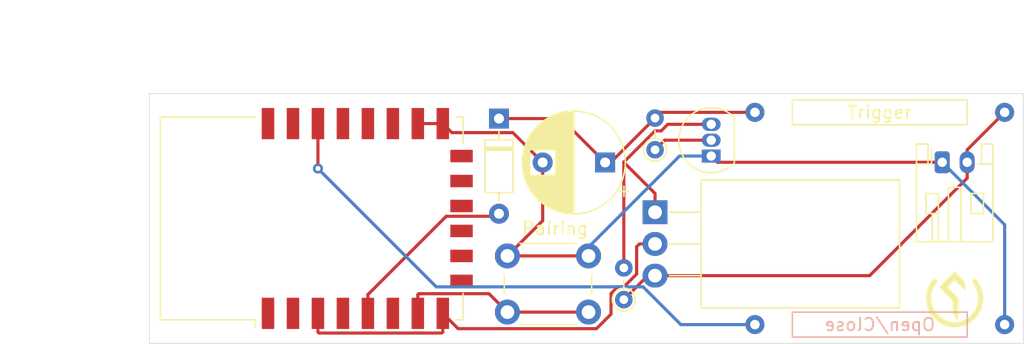
<source format=kicad_pcb>
(kicad_pcb (version 20171130) (host pcbnew "(5.1.9)-1")

  (general
    (thickness 1.6)
    (drawings 6)
    (tracks 67)
    (zones 0)
    (modules 12)
    (nets 25)
  )

  (page A4)
  (layers
    (0 F.Cu signal)
    (31 B.Cu signal)
    (32 B.Adhes user)
    (33 F.Adhes user)
    (34 B.Paste user)
    (35 F.Paste user)
    (36 B.SilkS user)
    (37 F.SilkS user)
    (38 B.Mask user)
    (39 F.Mask user)
    (40 Dwgs.User user)
    (41 Cmts.User user)
    (42 Eco1.User user)
    (43 Eco2.User user)
    (44 Edge.Cuts user)
    (45 Margin user)
    (46 B.CrtYd user)
    (47 F.CrtYd user)
    (48 B.Fab user)
    (49 F.Fab user)
  )

  (setup
    (last_trace_width 0.25)
    (trace_clearance 0.2)
    (zone_clearance 0.508)
    (zone_45_only no)
    (trace_min 0.2)
    (via_size 0.8)
    (via_drill 0.4)
    (via_min_size 0.4)
    (via_min_drill 0.3)
    (uvia_size 0.3)
    (uvia_drill 0.1)
    (uvias_allowed no)
    (uvia_min_size 0.2)
    (uvia_min_drill 0.1)
    (edge_width 0.05)
    (segment_width 0.2)
    (pcb_text_width 0.3)
    (pcb_text_size 1.5 1.5)
    (mod_edge_width 0.12)
    (mod_text_size 1 1)
    (mod_text_width 0.15)
    (pad_size 1.524 1.524)
    (pad_drill 0.762)
    (pad_to_mask_clearance 0)
    (aux_axis_origin 0 0)
    (visible_elements FFFFFF7F)
    (pcbplotparams
      (layerselection 0x010fc_ffffffff)
      (usegerberextensions false)
      (usegerberattributes true)
      (usegerberadvancedattributes true)
      (creategerberjobfile true)
      (excludeedgelayer true)
      (linewidth 0.100000)
      (plotframeref false)
      (viasonmask false)
      (mode 1)
      (useauxorigin false)
      (hpglpennumber 1)
      (hpglpenspeed 20)
      (hpglpendiameter 15.000000)
      (psnegative false)
      (psa4output false)
      (plotreference true)
      (plotvalue true)
      (plotinvisibletext false)
      (padsonsilk false)
      (subtractmaskfromsilk false)
      (outputformat 1)
      (mirror false)
      (drillshape 1)
      (scaleselection 1)
      (outputdirectory ""))
  )

  (net 0 "")
  (net 1 "Net-(C1-Pad1)")
  (net 2 GND)
  (net 3 "Net-(D1-Pad2)")
  (net 4 +3V3)
  (net 5 "Net-(Q2-Pad2)")
  (net 6 "Net-(SW2-Pad1)")
  (net 7 "Net-(SW3-Pad1)")
  (net 8 "Net-(U1-Pad1)")
  (net 9 "Net-(U1-Pad2)")
  (net 10 "Net-(U1-Pad4)")
  (net 11 "Net-(U1-Pad6)")
  (net 12 "Net-(U1-Pad9)")
  (net 13 "Net-(U1-Pad10)")
  (net 14 "Net-(U1-Pad11)")
  (net 15 "Net-(U1-Pad12)")
  (net 16 "Net-(U1-Pad13)")
  (net 17 "Net-(U1-Pad14)")
  (net 18 "Net-(U1-Pad17)")
  (net 19 "Net-(U1-Pad18)")
  (net 20 "Net-(U1-Pad19)")
  (net 21 "Net-(U1-Pad21)")
  (net 22 "Net-(U1-Pad22)")
  (net 23 "Net-(Q1-Pad2)")
  (net 24 "Net-(Q1-Pad3)")

  (net_class Default "This is the default net class."
    (clearance 0.2)
    (trace_width 0.25)
    (via_dia 0.8)
    (via_drill 0.4)
    (uvia_dia 0.3)
    (uvia_drill 0.1)
    (add_net +3V3)
    (add_net GND)
    (add_net "Net-(C1-Pad1)")
    (add_net "Net-(D1-Pad2)")
    (add_net "Net-(Q1-Pad2)")
    (add_net "Net-(Q1-Pad3)")
    (add_net "Net-(Q2-Pad2)")
    (add_net "Net-(SW2-Pad1)")
    (add_net "Net-(SW3-Pad1)")
    (add_net "Net-(U1-Pad1)")
    (add_net "Net-(U1-Pad10)")
    (add_net "Net-(U1-Pad11)")
    (add_net "Net-(U1-Pad12)")
    (add_net "Net-(U1-Pad13)")
    (add_net "Net-(U1-Pad14)")
    (add_net "Net-(U1-Pad17)")
    (add_net "Net-(U1-Pad18)")
    (add_net "Net-(U1-Pad19)")
    (add_net "Net-(U1-Pad2)")
    (add_net "Net-(U1-Pad21)")
    (add_net "Net-(U1-Pad22)")
    (add_net "Net-(U1-Pad4)")
    (add_net "Net-(U1-Pad6)")
    (add_net "Net-(U1-Pad9)")
  )

  (module "SHRDZM:SHRDZM Symbol 5x5" (layer F.Cu) (tedit 0) (tstamp 6058FD46)
    (at 101 59.5)
    (fp_text reference G*** (at 0 0) (layer F.SilkS) hide
      (effects (font (size 1.524 1.524) (thickness 0.3)))
    )
    (fp_text value LOGO (at 0.75 0) (layer F.SilkS) hide
      (effects (font (size 1.524 1.524) (thickness 0.3)))
    )
    (fp_poly (pts (xy -1.506686 -1.625883) (xy -1.503334 -1.622852) (xy -1.398724 -1.505223) (xy -1.412956 -1.400282)
      (xy -1.469728 -1.316374) (xy -1.75387 -0.815712) (xy -1.886962 -0.30033) (xy -1.870112 0.211618)
      (xy -1.704429 0.701978) (xy -1.391021 1.152595) (xy -1.314082 1.233002) (xy -0.864498 1.5863)
      (xy -0.389162 1.785985) (xy 0.097619 1.832058) (xy 0.581538 1.724518) (xy 1.048286 1.463366)
      (xy 1.314081 1.233002) (xy 1.655709 0.792086) (xy 1.849824 0.307945) (xy 1.895319 -0.201268)
      (xy 1.791085 -0.717399) (xy 1.536013 -1.222293) (xy 1.469727 -1.316374) (xy 1.392661 -1.44994)
      (xy 1.429417 -1.550408) (xy 1.503333 -1.622852) (xy 1.595643 -1.694892) (xy 1.669653 -1.693628)
      (xy 1.758787 -1.598696) (xy 1.896469 -1.389728) (xy 1.903109 -1.379261) (xy 2.154504 -0.894106)
      (xy 2.275576 -0.412973) (xy 2.281585 0.121397) (xy 2.159228 0.698) (xy 1.896881 1.216996)
      (xy 1.509151 1.656847) (xy 1.010647 1.996013) (xy 1.009923 1.996385) (xy 0.657971 2.119791)
      (xy 0.226438 2.189529) (xy -0.218985 2.201228) (xy -0.612607 2.150515) (xy -0.738348 2.112708)
      (xy -1.277564 1.834626) (xy -1.717995 1.449179) (xy -2.044617 0.977102) (xy -2.242407 0.439127)
      (xy -2.297949 -0.039688) (xy -2.260217 -0.53047) (xy -2.125067 -0.969971) (xy -1.902146 -1.380781)
      (xy -1.762284 -1.59393) (xy -1.672115 -1.692258) (xy -1.598096 -1.696122) (xy -1.506686 -1.625883)) (layer F.SilkS) (width 0.01))
    (fp_poly (pts (xy 0.436196 -1.825987) (xy 0.66022 -1.596669) (xy 0.791224 -1.429677) (xy 0.853769 -1.280676)
      (xy 0.872417 -1.105331) (xy 0.873125 -1.037298) (xy 0.873125 -0.680111) (xy 0.43736 -1.110462)
      (xy 0.001596 -1.540814) (xy -0.278011 -1.269809) (xy -0.557617 -0.998804) (xy 0.322975 -0.108926)
      (xy 0.300394 0.784464) (xy 0.277812 1.677854) (xy 0.059531 1.44974) (xy -0.057965 1.309741)
      (xy -0.123848 1.16476) (xy -0.15261 0.9629) (xy -0.15875 0.668051) (xy -0.15875 0.114476)
      (xy -0.674688 -0.396875) (xy -0.902046 -0.630826) (xy -1.078259 -0.828545) (xy -1.177694 -0.960471)
      (xy -1.190625 -0.991882) (xy -1.137382 -1.079261) (xy -0.993484 -1.249778) (xy -0.782674 -1.476507)
      (xy -0.595679 -1.666512) (xy -0.000732 -2.257487) (xy 0.436196 -1.825987)) (layer F.SilkS) (width 0.01))
  )

  (module Package_TO_SOT_THT:TO-92_Inline (layer F.Cu) (tedit 5A1DD157) (tstamp 6058CE04)
    (at 81.5 48 90)
    (descr "TO-92 leads in-line, narrow, oval pads, drill 0.75mm (see NXP sot054_po.pdf)")
    (tags "to-92 sc-43 sc-43a sot54 PA33 transistor")
    (path /6057A176)
    (fp_text reference Q1 (at 1.27 -3.56 90) (layer F.SilkS) hide
      (effects (font (size 1 1) (thickness 0.15)))
    )
    (fp_text value 2N2222 (at 1.27 2.79 90) (layer F.Fab)
      (effects (font (size 1 1) (thickness 0.15)))
    )
    (fp_arc (start 1.27 0) (end 1.27 -2.6) (angle 135) (layer F.SilkS) (width 0.12))
    (fp_arc (start 1.27 0) (end 1.27 -2.48) (angle -135) (layer F.Fab) (width 0.1))
    (fp_arc (start 1.27 0) (end 1.27 -2.6) (angle -135) (layer F.SilkS) (width 0.12))
    (fp_arc (start 1.27 0) (end 1.27 -2.48) (angle 135) (layer F.Fab) (width 0.1))
    (fp_text user %R (at 1.27 0 90) (layer F.Fab)
      (effects (font (size 1 1) (thickness 0.15)))
    )
    (fp_line (start -0.53 1.85) (end 3.07 1.85) (layer F.SilkS) (width 0.12))
    (fp_line (start -0.5 1.75) (end 3 1.75) (layer F.Fab) (width 0.1))
    (fp_line (start -1.46 -2.73) (end 4 -2.73) (layer F.CrtYd) (width 0.05))
    (fp_line (start -1.46 -2.73) (end -1.46 2.01) (layer F.CrtYd) (width 0.05))
    (fp_line (start 4 2.01) (end 4 -2.73) (layer F.CrtYd) (width 0.05))
    (fp_line (start 4 2.01) (end -1.46 2.01) (layer F.CrtYd) (width 0.05))
    (pad 1 thru_hole rect (at 0 0 90) (size 1.05 1.5) (drill 0.75) (layers *.Cu *.Mask)
      (net 2 GND))
    (pad 3 thru_hole oval (at 2.54 0 90) (size 1.05 1.5) (drill 0.75) (layers *.Cu *.Mask)
      (net 24 "Net-(Q1-Pad3)"))
    (pad 2 thru_hole oval (at 1.27 0 90) (size 1.05 1.5) (drill 0.75) (layers *.Cu *.Mask)
      (net 23 "Net-(Q1-Pad2)"))
    (model ${KISYS3DMOD}/Package_TO_SOT_THT.3dshapes/TO-92_Inline.wrl
      (at (xyz 0 0 0))
      (scale (xyz 1 1 1))
      (rotate (xyz 0 0 0))
    )
  )

  (module Package_TO_SOT_THT:TO-220-3_Horizontal_TabDown (layer F.Cu) (tedit 5AC8BA0D) (tstamp 6058CE18)
    (at 77 52.5 270)
    (descr "TO-220-3, Horizontal, RM 2.54mm, see https://www.vishay.com/docs/66542/to-220-1.pdf")
    (tags "TO-220-3 Horizontal RM 2.54mm")
    (path /60578BDB)
    (fp_text reference Q2 (at 2.54 -20.58 90) (layer F.SilkS) hide
      (effects (font (size 1 1) (thickness 0.15)))
    )
    (fp_text value NDP6020P (at 2.54 2 90) (layer F.Fab)
      (effects (font (size 1 1) (thickness 0.15)))
    )
    (fp_text user %R (at 2.54 -20.58 90) (layer F.Fab) hide
      (effects (font (size 1 1) (thickness 0.15)))
    )
    (fp_circle (center 2.54 -16.66) (end 4.39 -16.66) (layer F.Fab) (width 0.1))
    (fp_line (start -2.46 -13.06) (end -2.46 -19.46) (layer F.Fab) (width 0.1))
    (fp_line (start -2.46 -19.46) (end 7.54 -19.46) (layer F.Fab) (width 0.1))
    (fp_line (start 7.54 -19.46) (end 7.54 -13.06) (layer F.Fab) (width 0.1))
    (fp_line (start 7.54 -13.06) (end -2.46 -13.06) (layer F.Fab) (width 0.1))
    (fp_line (start -2.46 -3.81) (end -2.46 -13.06) (layer F.Fab) (width 0.1))
    (fp_line (start -2.46 -13.06) (end 7.54 -13.06) (layer F.Fab) (width 0.1))
    (fp_line (start 7.54 -13.06) (end 7.54 -3.81) (layer F.Fab) (width 0.1))
    (fp_line (start 7.54 -3.81) (end -2.46 -3.81) (layer F.Fab) (width 0.1))
    (fp_line (start 0 -3.81) (end 0 0) (layer F.Fab) (width 0.1))
    (fp_line (start 2.54 -3.81) (end 2.54 0) (layer F.Fab) (width 0.1))
    (fp_line (start 5.08 -3.81) (end 5.08 0) (layer F.Fab) (width 0.1))
    (fp_line (start -2.58 -3.69) (end 7.66 -3.69) (layer F.SilkS) (width 0.12))
    (fp_line (start -2.58 -19.58) (end 7.66 -19.58) (layer F.SilkS) (width 0.12))
    (fp_line (start -2.58 -19.58) (end -2.58 -3.69) (layer F.SilkS) (width 0.12))
    (fp_line (start 7.66 -19.58) (end 7.66 -3.69) (layer F.SilkS) (width 0.12))
    (fp_line (start 0 -3.69) (end 0 -1.15) (layer F.SilkS) (width 0.12))
    (fp_line (start 2.54 -3.69) (end 2.54 -1.15) (layer F.SilkS) (width 0.12))
    (fp_line (start 5.08 -3.69) (end 5.08 -1.15) (layer F.SilkS) (width 0.12))
    (fp_line (start -2.71 -19.71) (end -2.71 1.25) (layer F.CrtYd) (width 0.05))
    (fp_line (start -2.71 1.25) (end 7.79 1.25) (layer F.CrtYd) (width 0.05))
    (fp_line (start 7.79 1.25) (end 7.79 -19.71) (layer F.CrtYd) (width 0.05))
    (fp_line (start 7.79 -19.71) (end -2.71 -19.71) (layer F.CrtYd) (width 0.05))
    (pad 3 thru_hole oval (at 5.08 0 270) (size 1.905 2) (drill 1.1) (layers *.Cu *.Mask)
      (net 4 +3V3))
    (pad 2 thru_hole oval (at 2.54 0 270) (size 1.905 2) (drill 1.1) (layers *.Cu *.Mask)
      (net 5 "Net-(Q2-Pad2)"))
    (pad 1 thru_hole rect (at 0 0 270) (size 1.905 2) (drill 1.1) (layers *.Cu *.Mask)
      (net 24 "Net-(Q1-Pad3)"))
    (pad "" np_thru_hole oval (at 2.54 -16.66 270) (size 3.5 3.5) (drill 3.5) (layers *.Cu *.Mask))
    (model ${KISYS3DMOD}/Package_TO_SOT_THT.3dshapes/TO-220-3_Horizontal_TabDown.wrl
      (at (xyz 0 0 0))
      (scale (xyz 1 1 1))
      (rotate (xyz 0 0 0))
    )
  )

  (module Capacitor_THT:CP_Radial_D8.0mm_P5.00mm (layer F.Cu) (tedit 5AE50EF0) (tstamp 6058CD9C)
    (at 73 48.515001 180)
    (descr "CP, Radial series, Radial, pin pitch=5.00mm, , diameter=8mm, Electrolytic Capacitor")
    (tags "CP Radial series Radial pin pitch 5.00mm  diameter 8mm Electrolytic Capacitor")
    (path /6057B838)
    (fp_text reference C1 (at 2.5 -5.25) (layer F.SilkS) hide
      (effects (font (size 1 1) (thickness 0.15)))
    )
    (fp_text value 33uF (at 2.5 5.25) (layer F.Fab)
      (effects (font (size 1 1) (thickness 0.15)))
    )
    (fp_line (start -1.509698 -2.715) (end -1.509698 -1.915) (layer F.SilkS) (width 0.12))
    (fp_line (start -1.909698 -2.315) (end -1.109698 -2.315) (layer F.SilkS) (width 0.12))
    (fp_line (start 6.581 -0.533) (end 6.581 0.533) (layer F.SilkS) (width 0.12))
    (fp_line (start 6.541 -0.768) (end 6.541 0.768) (layer F.SilkS) (width 0.12))
    (fp_line (start 6.501 -0.948) (end 6.501 0.948) (layer F.SilkS) (width 0.12))
    (fp_line (start 6.461 -1.098) (end 6.461 1.098) (layer F.SilkS) (width 0.12))
    (fp_line (start 6.421 -1.229) (end 6.421 1.229) (layer F.SilkS) (width 0.12))
    (fp_line (start 6.381 -1.346) (end 6.381 1.346) (layer F.SilkS) (width 0.12))
    (fp_line (start 6.341 -1.453) (end 6.341 1.453) (layer F.SilkS) (width 0.12))
    (fp_line (start 6.301 -1.552) (end 6.301 1.552) (layer F.SilkS) (width 0.12))
    (fp_line (start 6.261 -1.645) (end 6.261 1.645) (layer F.SilkS) (width 0.12))
    (fp_line (start 6.221 -1.731) (end 6.221 1.731) (layer F.SilkS) (width 0.12))
    (fp_line (start 6.181 -1.813) (end 6.181 1.813) (layer F.SilkS) (width 0.12))
    (fp_line (start 6.141 -1.89) (end 6.141 1.89) (layer F.SilkS) (width 0.12))
    (fp_line (start 6.101 -1.964) (end 6.101 1.964) (layer F.SilkS) (width 0.12))
    (fp_line (start 6.061 -2.034) (end 6.061 2.034) (layer F.SilkS) (width 0.12))
    (fp_line (start 6.021 1.04) (end 6.021 2.102) (layer F.SilkS) (width 0.12))
    (fp_line (start 6.021 -2.102) (end 6.021 -1.04) (layer F.SilkS) (width 0.12))
    (fp_line (start 5.981 1.04) (end 5.981 2.166) (layer F.SilkS) (width 0.12))
    (fp_line (start 5.981 -2.166) (end 5.981 -1.04) (layer F.SilkS) (width 0.12))
    (fp_line (start 5.941 1.04) (end 5.941 2.228) (layer F.SilkS) (width 0.12))
    (fp_line (start 5.941 -2.228) (end 5.941 -1.04) (layer F.SilkS) (width 0.12))
    (fp_line (start 5.901 1.04) (end 5.901 2.287) (layer F.SilkS) (width 0.12))
    (fp_line (start 5.901 -2.287) (end 5.901 -1.04) (layer F.SilkS) (width 0.12))
    (fp_line (start 5.861 1.04) (end 5.861 2.345) (layer F.SilkS) (width 0.12))
    (fp_line (start 5.861 -2.345) (end 5.861 -1.04) (layer F.SilkS) (width 0.12))
    (fp_line (start 5.821 1.04) (end 5.821 2.4) (layer F.SilkS) (width 0.12))
    (fp_line (start 5.821 -2.4) (end 5.821 -1.04) (layer F.SilkS) (width 0.12))
    (fp_line (start 5.781 1.04) (end 5.781 2.454) (layer F.SilkS) (width 0.12))
    (fp_line (start 5.781 -2.454) (end 5.781 -1.04) (layer F.SilkS) (width 0.12))
    (fp_line (start 5.741 1.04) (end 5.741 2.505) (layer F.SilkS) (width 0.12))
    (fp_line (start 5.741 -2.505) (end 5.741 -1.04) (layer F.SilkS) (width 0.12))
    (fp_line (start 5.701 1.04) (end 5.701 2.556) (layer F.SilkS) (width 0.12))
    (fp_line (start 5.701 -2.556) (end 5.701 -1.04) (layer F.SilkS) (width 0.12))
    (fp_line (start 5.661 1.04) (end 5.661 2.604) (layer F.SilkS) (width 0.12))
    (fp_line (start 5.661 -2.604) (end 5.661 -1.04) (layer F.SilkS) (width 0.12))
    (fp_line (start 5.621 1.04) (end 5.621 2.651) (layer F.SilkS) (width 0.12))
    (fp_line (start 5.621 -2.651) (end 5.621 -1.04) (layer F.SilkS) (width 0.12))
    (fp_line (start 5.581 1.04) (end 5.581 2.697) (layer F.SilkS) (width 0.12))
    (fp_line (start 5.581 -2.697) (end 5.581 -1.04) (layer F.SilkS) (width 0.12))
    (fp_line (start 5.541 1.04) (end 5.541 2.741) (layer F.SilkS) (width 0.12))
    (fp_line (start 5.541 -2.741) (end 5.541 -1.04) (layer F.SilkS) (width 0.12))
    (fp_line (start 5.501 1.04) (end 5.501 2.784) (layer F.SilkS) (width 0.12))
    (fp_line (start 5.501 -2.784) (end 5.501 -1.04) (layer F.SilkS) (width 0.12))
    (fp_line (start 5.461 1.04) (end 5.461 2.826) (layer F.SilkS) (width 0.12))
    (fp_line (start 5.461 -2.826) (end 5.461 -1.04) (layer F.SilkS) (width 0.12))
    (fp_line (start 5.421 1.04) (end 5.421 2.867) (layer F.SilkS) (width 0.12))
    (fp_line (start 5.421 -2.867) (end 5.421 -1.04) (layer F.SilkS) (width 0.12))
    (fp_line (start 5.381 1.04) (end 5.381 2.907) (layer F.SilkS) (width 0.12))
    (fp_line (start 5.381 -2.907) (end 5.381 -1.04) (layer F.SilkS) (width 0.12))
    (fp_line (start 5.341 1.04) (end 5.341 2.945) (layer F.SilkS) (width 0.12))
    (fp_line (start 5.341 -2.945) (end 5.341 -1.04) (layer F.SilkS) (width 0.12))
    (fp_line (start 5.301 1.04) (end 5.301 2.983) (layer F.SilkS) (width 0.12))
    (fp_line (start 5.301 -2.983) (end 5.301 -1.04) (layer F.SilkS) (width 0.12))
    (fp_line (start 5.261 1.04) (end 5.261 3.019) (layer F.SilkS) (width 0.12))
    (fp_line (start 5.261 -3.019) (end 5.261 -1.04) (layer F.SilkS) (width 0.12))
    (fp_line (start 5.221 1.04) (end 5.221 3.055) (layer F.SilkS) (width 0.12))
    (fp_line (start 5.221 -3.055) (end 5.221 -1.04) (layer F.SilkS) (width 0.12))
    (fp_line (start 5.181 1.04) (end 5.181 3.09) (layer F.SilkS) (width 0.12))
    (fp_line (start 5.181 -3.09) (end 5.181 -1.04) (layer F.SilkS) (width 0.12))
    (fp_line (start 5.141 1.04) (end 5.141 3.124) (layer F.SilkS) (width 0.12))
    (fp_line (start 5.141 -3.124) (end 5.141 -1.04) (layer F.SilkS) (width 0.12))
    (fp_line (start 5.101 1.04) (end 5.101 3.156) (layer F.SilkS) (width 0.12))
    (fp_line (start 5.101 -3.156) (end 5.101 -1.04) (layer F.SilkS) (width 0.12))
    (fp_line (start 5.061 1.04) (end 5.061 3.189) (layer F.SilkS) (width 0.12))
    (fp_line (start 5.061 -3.189) (end 5.061 -1.04) (layer F.SilkS) (width 0.12))
    (fp_line (start 5.021 1.04) (end 5.021 3.22) (layer F.SilkS) (width 0.12))
    (fp_line (start 5.021 -3.22) (end 5.021 -1.04) (layer F.SilkS) (width 0.12))
    (fp_line (start 4.981 1.04) (end 4.981 3.25) (layer F.SilkS) (width 0.12))
    (fp_line (start 4.981 -3.25) (end 4.981 -1.04) (layer F.SilkS) (width 0.12))
    (fp_line (start 4.941 1.04) (end 4.941 3.28) (layer F.SilkS) (width 0.12))
    (fp_line (start 4.941 -3.28) (end 4.941 -1.04) (layer F.SilkS) (width 0.12))
    (fp_line (start 4.901 1.04) (end 4.901 3.309) (layer F.SilkS) (width 0.12))
    (fp_line (start 4.901 -3.309) (end 4.901 -1.04) (layer F.SilkS) (width 0.12))
    (fp_line (start 4.861 1.04) (end 4.861 3.338) (layer F.SilkS) (width 0.12))
    (fp_line (start 4.861 -3.338) (end 4.861 -1.04) (layer F.SilkS) (width 0.12))
    (fp_line (start 4.821 1.04) (end 4.821 3.365) (layer F.SilkS) (width 0.12))
    (fp_line (start 4.821 -3.365) (end 4.821 -1.04) (layer F.SilkS) (width 0.12))
    (fp_line (start 4.781 1.04) (end 4.781 3.392) (layer F.SilkS) (width 0.12))
    (fp_line (start 4.781 -3.392) (end 4.781 -1.04) (layer F.SilkS) (width 0.12))
    (fp_line (start 4.741 1.04) (end 4.741 3.418) (layer F.SilkS) (width 0.12))
    (fp_line (start 4.741 -3.418) (end 4.741 -1.04) (layer F.SilkS) (width 0.12))
    (fp_line (start 4.701 1.04) (end 4.701 3.444) (layer F.SilkS) (width 0.12))
    (fp_line (start 4.701 -3.444) (end 4.701 -1.04) (layer F.SilkS) (width 0.12))
    (fp_line (start 4.661 1.04) (end 4.661 3.469) (layer F.SilkS) (width 0.12))
    (fp_line (start 4.661 -3.469) (end 4.661 -1.04) (layer F.SilkS) (width 0.12))
    (fp_line (start 4.621 1.04) (end 4.621 3.493) (layer F.SilkS) (width 0.12))
    (fp_line (start 4.621 -3.493) (end 4.621 -1.04) (layer F.SilkS) (width 0.12))
    (fp_line (start 4.581 1.04) (end 4.581 3.517) (layer F.SilkS) (width 0.12))
    (fp_line (start 4.581 -3.517) (end 4.581 -1.04) (layer F.SilkS) (width 0.12))
    (fp_line (start 4.541 1.04) (end 4.541 3.54) (layer F.SilkS) (width 0.12))
    (fp_line (start 4.541 -3.54) (end 4.541 -1.04) (layer F.SilkS) (width 0.12))
    (fp_line (start 4.501 1.04) (end 4.501 3.562) (layer F.SilkS) (width 0.12))
    (fp_line (start 4.501 -3.562) (end 4.501 -1.04) (layer F.SilkS) (width 0.12))
    (fp_line (start 4.461 1.04) (end 4.461 3.584) (layer F.SilkS) (width 0.12))
    (fp_line (start 4.461 -3.584) (end 4.461 -1.04) (layer F.SilkS) (width 0.12))
    (fp_line (start 4.421 1.04) (end 4.421 3.606) (layer F.SilkS) (width 0.12))
    (fp_line (start 4.421 -3.606) (end 4.421 -1.04) (layer F.SilkS) (width 0.12))
    (fp_line (start 4.381 1.04) (end 4.381 3.627) (layer F.SilkS) (width 0.12))
    (fp_line (start 4.381 -3.627) (end 4.381 -1.04) (layer F.SilkS) (width 0.12))
    (fp_line (start 4.341 1.04) (end 4.341 3.647) (layer F.SilkS) (width 0.12))
    (fp_line (start 4.341 -3.647) (end 4.341 -1.04) (layer F.SilkS) (width 0.12))
    (fp_line (start 4.301 1.04) (end 4.301 3.666) (layer F.SilkS) (width 0.12))
    (fp_line (start 4.301 -3.666) (end 4.301 -1.04) (layer F.SilkS) (width 0.12))
    (fp_line (start 4.261 1.04) (end 4.261 3.686) (layer F.SilkS) (width 0.12))
    (fp_line (start 4.261 -3.686) (end 4.261 -1.04) (layer F.SilkS) (width 0.12))
    (fp_line (start 4.221 1.04) (end 4.221 3.704) (layer F.SilkS) (width 0.12))
    (fp_line (start 4.221 -3.704) (end 4.221 -1.04) (layer F.SilkS) (width 0.12))
    (fp_line (start 4.181 1.04) (end 4.181 3.722) (layer F.SilkS) (width 0.12))
    (fp_line (start 4.181 -3.722) (end 4.181 -1.04) (layer F.SilkS) (width 0.12))
    (fp_line (start 4.141 1.04) (end 4.141 3.74) (layer F.SilkS) (width 0.12))
    (fp_line (start 4.141 -3.74) (end 4.141 -1.04) (layer F.SilkS) (width 0.12))
    (fp_line (start 4.101 1.04) (end 4.101 3.757) (layer F.SilkS) (width 0.12))
    (fp_line (start 4.101 -3.757) (end 4.101 -1.04) (layer F.SilkS) (width 0.12))
    (fp_line (start 4.061 1.04) (end 4.061 3.774) (layer F.SilkS) (width 0.12))
    (fp_line (start 4.061 -3.774) (end 4.061 -1.04) (layer F.SilkS) (width 0.12))
    (fp_line (start 4.021 1.04) (end 4.021 3.79) (layer F.SilkS) (width 0.12))
    (fp_line (start 4.021 -3.79) (end 4.021 -1.04) (layer F.SilkS) (width 0.12))
    (fp_line (start 3.981 1.04) (end 3.981 3.805) (layer F.SilkS) (width 0.12))
    (fp_line (start 3.981 -3.805) (end 3.981 -1.04) (layer F.SilkS) (width 0.12))
    (fp_line (start 3.941 -3.821) (end 3.941 3.821) (layer F.SilkS) (width 0.12))
    (fp_line (start 3.901 -3.835) (end 3.901 3.835) (layer F.SilkS) (width 0.12))
    (fp_line (start 3.861 -3.85) (end 3.861 3.85) (layer F.SilkS) (width 0.12))
    (fp_line (start 3.821 -3.863) (end 3.821 3.863) (layer F.SilkS) (width 0.12))
    (fp_line (start 3.781 -3.877) (end 3.781 3.877) (layer F.SilkS) (width 0.12))
    (fp_line (start 3.741 -3.889) (end 3.741 3.889) (layer F.SilkS) (width 0.12))
    (fp_line (start 3.701 -3.902) (end 3.701 3.902) (layer F.SilkS) (width 0.12))
    (fp_line (start 3.661 -3.914) (end 3.661 3.914) (layer F.SilkS) (width 0.12))
    (fp_line (start 3.621 -3.925) (end 3.621 3.925) (layer F.SilkS) (width 0.12))
    (fp_line (start 3.581 -3.936) (end 3.581 3.936) (layer F.SilkS) (width 0.12))
    (fp_line (start 3.541 -3.947) (end 3.541 3.947) (layer F.SilkS) (width 0.12))
    (fp_line (start 3.501 -3.957) (end 3.501 3.957) (layer F.SilkS) (width 0.12))
    (fp_line (start 3.461 -3.967) (end 3.461 3.967) (layer F.SilkS) (width 0.12))
    (fp_line (start 3.421 -3.976) (end 3.421 3.976) (layer F.SilkS) (width 0.12))
    (fp_line (start 3.381 -3.985) (end 3.381 3.985) (layer F.SilkS) (width 0.12))
    (fp_line (start 3.341 -3.994) (end 3.341 3.994) (layer F.SilkS) (width 0.12))
    (fp_line (start 3.301 -4.002) (end 3.301 4.002) (layer F.SilkS) (width 0.12))
    (fp_line (start 3.261 -4.01) (end 3.261 4.01) (layer F.SilkS) (width 0.12))
    (fp_line (start 3.221 -4.017) (end 3.221 4.017) (layer F.SilkS) (width 0.12))
    (fp_line (start 3.18 -4.024) (end 3.18 4.024) (layer F.SilkS) (width 0.12))
    (fp_line (start 3.14 -4.03) (end 3.14 4.03) (layer F.SilkS) (width 0.12))
    (fp_line (start 3.1 -4.037) (end 3.1 4.037) (layer F.SilkS) (width 0.12))
    (fp_line (start 3.06 -4.042) (end 3.06 4.042) (layer F.SilkS) (width 0.12))
    (fp_line (start 3.02 -4.048) (end 3.02 4.048) (layer F.SilkS) (width 0.12))
    (fp_line (start 2.98 -4.052) (end 2.98 4.052) (layer F.SilkS) (width 0.12))
    (fp_line (start 2.94 -4.057) (end 2.94 4.057) (layer F.SilkS) (width 0.12))
    (fp_line (start 2.9 -4.061) (end 2.9 4.061) (layer F.SilkS) (width 0.12))
    (fp_line (start 2.86 -4.065) (end 2.86 4.065) (layer F.SilkS) (width 0.12))
    (fp_line (start 2.82 -4.068) (end 2.82 4.068) (layer F.SilkS) (width 0.12))
    (fp_line (start 2.78 -4.071) (end 2.78 4.071) (layer F.SilkS) (width 0.12))
    (fp_line (start 2.74 -4.074) (end 2.74 4.074) (layer F.SilkS) (width 0.12))
    (fp_line (start 2.7 -4.076) (end 2.7 4.076) (layer F.SilkS) (width 0.12))
    (fp_line (start 2.66 -4.077) (end 2.66 4.077) (layer F.SilkS) (width 0.12))
    (fp_line (start 2.62 -4.079) (end 2.62 4.079) (layer F.SilkS) (width 0.12))
    (fp_line (start 2.58 -4.08) (end 2.58 4.08) (layer F.SilkS) (width 0.12))
    (fp_line (start 2.54 -4.08) (end 2.54 4.08) (layer F.SilkS) (width 0.12))
    (fp_line (start 2.5 -4.08) (end 2.5 4.08) (layer F.SilkS) (width 0.12))
    (fp_line (start -0.526759 -2.1475) (end -0.526759 -1.3475) (layer F.Fab) (width 0.1))
    (fp_line (start -0.926759 -1.7475) (end -0.126759 -1.7475) (layer F.Fab) (width 0.1))
    (fp_circle (center 2.5 0) (end 6.75 0) (layer F.CrtYd) (width 0.05))
    (fp_circle (center 2.5 0) (end 6.62 0) (layer F.SilkS) (width 0.12))
    (fp_circle (center 2.5 0) (end 6.5 0) (layer F.Fab) (width 0.1))
    (fp_text user %R (at 2.5 0) (layer F.Fab)
      (effects (font (size 1 1) (thickness 0.15)))
    )
    (pad 1 thru_hole rect (at 0 0 180) (size 1.6 1.6) (drill 0.8) (layers *.Cu *.Mask)
      (net 1 "Net-(C1-Pad1)"))
    (pad 2 thru_hole circle (at 5 0 180) (size 1.6 1.6) (drill 0.8) (layers *.Cu *.Mask)
      (net 2 GND))
    (model ${KISYS3DMOD}/Capacitor_THT.3dshapes/CP_Radial_D8.0mm_P5.00mm.wrl
      (at (xyz 0 0 0))
      (scale (xyz 1 1 1))
      (rotate (xyz 0 0 0))
    )
  )

  (module Diode_THT:D_DO-35_SOD27_P7.62mm_Horizontal (layer F.Cu) (tedit 5AE50CD5) (tstamp 6058CDBB)
    (at 64.5 45 270)
    (descr "Diode, DO-35_SOD27 series, Axial, Horizontal, pin pitch=7.62mm, , length*diameter=4*2mm^2, , http://www.diodes.com/_files/packages/DO-35.pdf")
    (tags "Diode DO-35_SOD27 series Axial Horizontal pin pitch 7.62mm  length 4mm diameter 2mm")
    (path /6057A855)
    (fp_text reference D1 (at 3.81 -2.12 90) (layer F.SilkS) hide
      (effects (font (size 1 1) (thickness 0.15)))
    )
    (fp_text value 1N4148 (at 3.81 2.12 90) (layer F.Fab)
      (effects (font (size 1 1) (thickness 0.15)))
    )
    (fp_line (start 8.67 -1.25) (end -1.05 -1.25) (layer F.CrtYd) (width 0.05))
    (fp_line (start 8.67 1.25) (end 8.67 -1.25) (layer F.CrtYd) (width 0.05))
    (fp_line (start -1.05 1.25) (end 8.67 1.25) (layer F.CrtYd) (width 0.05))
    (fp_line (start -1.05 -1.25) (end -1.05 1.25) (layer F.CrtYd) (width 0.05))
    (fp_line (start 2.29 -1.12) (end 2.29 1.12) (layer F.SilkS) (width 0.12))
    (fp_line (start 2.53 -1.12) (end 2.53 1.12) (layer F.SilkS) (width 0.12))
    (fp_line (start 2.41 -1.12) (end 2.41 1.12) (layer F.SilkS) (width 0.12))
    (fp_line (start 6.58 0) (end 5.93 0) (layer F.SilkS) (width 0.12))
    (fp_line (start 1.04 0) (end 1.69 0) (layer F.SilkS) (width 0.12))
    (fp_line (start 5.93 -1.12) (end 1.69 -1.12) (layer F.SilkS) (width 0.12))
    (fp_line (start 5.93 1.12) (end 5.93 -1.12) (layer F.SilkS) (width 0.12))
    (fp_line (start 1.69 1.12) (end 5.93 1.12) (layer F.SilkS) (width 0.12))
    (fp_line (start 1.69 -1.12) (end 1.69 1.12) (layer F.SilkS) (width 0.12))
    (fp_line (start 2.31 -1) (end 2.31 1) (layer F.Fab) (width 0.1))
    (fp_line (start 2.51 -1) (end 2.51 1) (layer F.Fab) (width 0.1))
    (fp_line (start 2.41 -1) (end 2.41 1) (layer F.Fab) (width 0.1))
    (fp_line (start 7.62 0) (end 5.81 0) (layer F.Fab) (width 0.1))
    (fp_line (start 0 0) (end 1.81 0) (layer F.Fab) (width 0.1))
    (fp_line (start 5.81 -1) (end 1.81 -1) (layer F.Fab) (width 0.1))
    (fp_line (start 5.81 1) (end 5.81 -1) (layer F.Fab) (width 0.1))
    (fp_line (start 1.81 1) (end 5.81 1) (layer F.Fab) (width 0.1))
    (fp_line (start 1.81 -1) (end 1.81 1) (layer F.Fab) (width 0.1))
    (fp_text user %R (at 4.11 0 90) (layer F.Fab)
      (effects (font (size 0.8 0.8) (thickness 0.12)))
    )
    (fp_text user K (at 0 -1.8 90) (layer F.Fab) hide
      (effects (font (size 1 1) (thickness 0.15)))
    )
    (fp_text user K (at 0 -1.8 90) (layer F.SilkS) hide
      (effects (font (size 1 1) (thickness 0.15)))
    )
    (pad 1 thru_hole rect (at 0 0 270) (size 1.6 1.6) (drill 0.8) (layers *.Cu *.Mask)
      (net 1 "Net-(C1-Pad1)"))
    (pad 2 thru_hole oval (at 7.62 0 270) (size 1.6 1.6) (drill 0.8) (layers *.Cu *.Mask)
      (net 3 "Net-(D1-Pad2)"))
    (model ${KISYS3DMOD}/Diode_THT.3dshapes/D_DO-35_SOD27_P7.62mm_Horizontal.wrl
      (at (xyz 0 0 0))
      (scale (xyz 1 1 1))
      (rotate (xyz 0 0 0))
    )
  )

  (module Connector_JST:JST_PH_S2B-PH-K_1x02_P2.00mm_Horizontal (layer F.Cu) (tedit 5B7745C6) (tstamp 6058CDEA)
    (at 100 48.5)
    (descr "JST PH series connector, S2B-PH-K (http://www.jst-mfg.com/product/pdf/eng/ePH.pdf), generated with kicad-footprint-generator")
    (tags "connector JST PH top entry")
    (path /605D02B6)
    (fp_text reference J1 (at 1 -2.55) (layer F.SilkS) hide
      (effects (font (size 1 1) (thickness 0.15)))
    )
    (fp_text value Power (at 1 7.45) (layer F.Fab)
      (effects (font (size 1 1) (thickness 0.15)))
    )
    (fp_line (start 0.5 1.375) (end 0 0.875) (layer F.Fab) (width 0.1))
    (fp_line (start -0.5 1.375) (end 0.5 1.375) (layer F.Fab) (width 0.1))
    (fp_line (start 0 0.875) (end -0.5 1.375) (layer F.Fab) (width 0.1))
    (fp_line (start -0.86 0.14) (end -0.86 -1.075) (layer F.SilkS) (width 0.12))
    (fp_line (start 3.25 0.25) (end -1.25 0.25) (layer F.Fab) (width 0.1))
    (fp_line (start 3.25 -1.35) (end 3.25 0.25) (layer F.Fab) (width 0.1))
    (fp_line (start 3.95 -1.35) (end 3.25 -1.35) (layer F.Fab) (width 0.1))
    (fp_line (start 3.95 6.25) (end 3.95 -1.35) (layer F.Fab) (width 0.1))
    (fp_line (start -1.95 6.25) (end 3.95 6.25) (layer F.Fab) (width 0.1))
    (fp_line (start -1.95 -1.35) (end -1.95 6.25) (layer F.Fab) (width 0.1))
    (fp_line (start -1.25 -1.35) (end -1.95 -1.35) (layer F.Fab) (width 0.1))
    (fp_line (start -1.25 0.25) (end -1.25 -1.35) (layer F.Fab) (width 0.1))
    (fp_line (start 4.45 -1.85) (end -2.45 -1.85) (layer F.CrtYd) (width 0.05))
    (fp_line (start 4.45 6.75) (end 4.45 -1.85) (layer F.CrtYd) (width 0.05))
    (fp_line (start -2.45 6.75) (end 4.45 6.75) (layer F.CrtYd) (width 0.05))
    (fp_line (start -2.45 -1.85) (end -2.45 6.75) (layer F.CrtYd) (width 0.05))
    (fp_line (start -0.8 4.1) (end -0.8 6.36) (layer F.SilkS) (width 0.12))
    (fp_line (start -0.3 4.1) (end -0.3 6.36) (layer F.SilkS) (width 0.12))
    (fp_line (start 2.3 2.5) (end 3.3 2.5) (layer F.SilkS) (width 0.12))
    (fp_line (start 2.3 4.1) (end 2.3 2.5) (layer F.SilkS) (width 0.12))
    (fp_line (start 3.3 4.1) (end 2.3 4.1) (layer F.SilkS) (width 0.12))
    (fp_line (start 3.3 2.5) (end 3.3 4.1) (layer F.SilkS) (width 0.12))
    (fp_line (start -0.3 2.5) (end -1.3 2.5) (layer F.SilkS) (width 0.12))
    (fp_line (start -0.3 4.1) (end -0.3 2.5) (layer F.SilkS) (width 0.12))
    (fp_line (start -1.3 4.1) (end -0.3 4.1) (layer F.SilkS) (width 0.12))
    (fp_line (start -1.3 2.5) (end -1.3 4.1) (layer F.SilkS) (width 0.12))
    (fp_line (start 4.06 0.14) (end 3.14 0.14) (layer F.SilkS) (width 0.12))
    (fp_line (start -2.06 0.14) (end -1.14 0.14) (layer F.SilkS) (width 0.12))
    (fp_line (start 1.5 2) (end 1.5 6.36) (layer F.SilkS) (width 0.12))
    (fp_line (start 0.5 2) (end 1.5 2) (layer F.SilkS) (width 0.12))
    (fp_line (start 0.5 6.36) (end 0.5 2) (layer F.SilkS) (width 0.12))
    (fp_line (start 3.14 0.14) (end 2.86 0.14) (layer F.SilkS) (width 0.12))
    (fp_line (start 3.14 -1.46) (end 3.14 0.14) (layer F.SilkS) (width 0.12))
    (fp_line (start 4.06 -1.46) (end 3.14 -1.46) (layer F.SilkS) (width 0.12))
    (fp_line (start 4.06 6.36) (end 4.06 -1.46) (layer F.SilkS) (width 0.12))
    (fp_line (start -2.06 6.36) (end 4.06 6.36) (layer F.SilkS) (width 0.12))
    (fp_line (start -2.06 -1.46) (end -2.06 6.36) (layer F.SilkS) (width 0.12))
    (fp_line (start -1.14 -1.46) (end -2.06 -1.46) (layer F.SilkS) (width 0.12))
    (fp_line (start -1.14 0.14) (end -1.14 -1.46) (layer F.SilkS) (width 0.12))
    (fp_line (start -0.86 0.14) (end -1.14 0.14) (layer F.SilkS) (width 0.12))
    (fp_text user %R (at 1 2.5) (layer F.Fab)
      (effects (font (size 1 1) (thickness 0.15)))
    )
    (pad 1 thru_hole roundrect (at 0 0) (size 1.2 1.75) (drill 0.75) (layers *.Cu *.Mask) (roundrect_rratio 0.208333)
      (net 2 GND))
    (pad 2 thru_hole oval (at 2 0) (size 1.2 1.75) (drill 0.75) (layers *.Cu *.Mask)
      (net 4 +3V3))
    (model ${KISYS3DMOD}/Connector_JST.3dshapes/JST_PH_S2B-PH-K_1x02_P2.00mm_Horizontal.wrl
      (at (xyz 0 0 0))
      (scale (xyz 1 1 1))
      (rotate (xyz 0 0 0))
    )
  )

  (module Resistor_THT:R_Axial_DIN0204_L3.6mm_D1.6mm_P2.54mm_Vertical (layer F.Cu) (tedit 5AE5139B) (tstamp 6058CE27)
    (at 77 47.5 90)
    (descr "Resistor, Axial_DIN0204 series, Axial, Vertical, pin pitch=2.54mm, 0.167W, length*diameter=3.6*1.6mm^2, http://cdn-reichelt.de/documents/datenblatt/B400/1_4W%23YAG.pdf")
    (tags "Resistor Axial_DIN0204 series Axial Vertical pin pitch 2.54mm 0.167W length 3.6mm diameter 1.6mm")
    (path /6057B49C)
    (fp_text reference R1 (at 1.27 -1.92 90) (layer F.SilkS) hide
      (effects (font (size 1 1) (thickness 0.15)))
    )
    (fp_text value 10k (at 1.27 1.92 90) (layer F.Fab)
      (effects (font (size 1 1) (thickness 0.15)))
    )
    (fp_line (start 3.49 -1.05) (end -1.05 -1.05) (layer F.CrtYd) (width 0.05))
    (fp_line (start 3.49 1.05) (end 3.49 -1.05) (layer F.CrtYd) (width 0.05))
    (fp_line (start -1.05 1.05) (end 3.49 1.05) (layer F.CrtYd) (width 0.05))
    (fp_line (start -1.05 -1.05) (end -1.05 1.05) (layer F.CrtYd) (width 0.05))
    (fp_line (start 0.92 0) (end 1.54 0) (layer F.SilkS) (width 0.12))
    (fp_line (start 0 0) (end 2.54 0) (layer F.Fab) (width 0.1))
    (fp_circle (center 0 0) (end 0.92 0) (layer F.SilkS) (width 0.12))
    (fp_circle (center 0 0) (end 0.8 0) (layer F.Fab) (width 0.1))
    (fp_text user %R (at 1.27 -1.92 90) (layer F.Fab) hide
      (effects (font (size 1 1) (thickness 0.15)))
    )
    (pad 1 thru_hole circle (at 0 0 90) (size 1.4 1.4) (drill 0.7) (layers *.Cu *.Mask)
      (net 23 "Net-(Q1-Pad2)"))
    (pad 2 thru_hole oval (at 2.54 0 90) (size 1.4 1.4) (drill 0.7) (layers *.Cu *.Mask)
      (net 1 "Net-(C1-Pad1)"))
    (model ${KISYS3DMOD}/Resistor_THT.3dshapes/R_Axial_DIN0204_L3.6mm_D1.6mm_P2.54mm_Vertical.wrl
      (at (xyz 0 0 0))
      (scale (xyz 1 1 1))
      (rotate (xyz 0 0 0))
    )
  )

  (module Resistor_THT:R_Axial_DIN0204_L3.6mm_D1.6mm_P2.54mm_Vertical (layer F.Cu) (tedit 5AE5139B) (tstamp 6058CE36)
    (at 74.5 59.5 90)
    (descr "Resistor, Axial_DIN0204 series, Axial, Vertical, pin pitch=2.54mm, 0.167W, length*diameter=3.6*1.6mm^2, http://cdn-reichelt.de/documents/datenblatt/B400/1_4W%23YAG.pdf")
    (tags "Resistor Axial_DIN0204 series Axial Vertical pin pitch 2.54mm 0.167W length 3.6mm diameter 1.6mm")
    (path /6057C5A7)
    (fp_text reference R2 (at 1.27 -1.92 90) (layer F.SilkS) hide
      (effects (font (size 1 1) (thickness 0.15)))
    )
    (fp_text value 1k (at 1.27 1.92 90) (layer F.Fab)
      (effects (font (size 1 1) (thickness 0.15)))
    )
    (fp_text user %R (at 1.27 -1.92 90) (layer F.Fab)
      (effects (font (size 1 1) (thickness 0.15)))
    )
    (fp_circle (center 0 0) (end 0.8 0) (layer F.Fab) (width 0.1))
    (fp_circle (center 0 0) (end 0.92 0) (layer F.SilkS) (width 0.12))
    (fp_line (start 0 0) (end 2.54 0) (layer F.Fab) (width 0.1))
    (fp_line (start 0.92 0) (end 1.54 0) (layer F.SilkS) (width 0.12))
    (fp_line (start -1.05 -1.05) (end -1.05 1.05) (layer F.CrtYd) (width 0.05))
    (fp_line (start -1.05 1.05) (end 3.49 1.05) (layer F.CrtYd) (width 0.05))
    (fp_line (start 3.49 1.05) (end 3.49 -1.05) (layer F.CrtYd) (width 0.05))
    (fp_line (start 3.49 -1.05) (end -1.05 -1.05) (layer F.CrtYd) (width 0.05))
    (pad 2 thru_hole oval (at 2.54 0 90) (size 1.4 1.4) (drill 0.7) (layers *.Cu *.Mask)
      (net 24 "Net-(Q1-Pad3)"))
    (pad 1 thru_hole circle (at 0 0 90) (size 1.4 1.4) (drill 0.7) (layers *.Cu *.Mask)
      (net 4 +3V3))
    (model ${KISYS3DMOD}/Resistor_THT.3dshapes/R_Axial_DIN0204_L3.6mm_D1.6mm_P2.54mm_Vertical.wrl
      (at (xyz 0 0 0))
      (scale (xyz 1 1 1))
      (rotate (xyz 0 0 0))
    )
  )

  (module "SHRDZM:Magnetic Reed Relay" (layer F.Cu) (tedit 6052FCBF) (tstamp 6058CE40)
    (at 95 44.5 180)
    (path /6058584E)
    (fp_text reference SW1 (at 0 2) (layer F.SilkS) hide
      (effects (font (size 1 1) (thickness 0.15)))
    )
    (fp_text value Trigger (at 0 0) (layer F.SilkS)
      (effects (font (size 1 1) (thickness 0.15)))
    )
    (fp_line (start -7 1) (end -7 -1) (layer F.SilkS) (width 0.12))
    (fp_line (start 7 1) (end -7 1) (layer F.SilkS) (width 0.12))
    (fp_line (start 7 -1) (end 7 1) (layer F.SilkS) (width 0.12))
    (fp_line (start -7 -1) (end 7 -1) (layer F.SilkS) (width 0.12))
    (pad 1 thru_hole circle (at -10 0 180) (size 1.524 1.524) (drill 0.762) (layers *.Cu *.Mask)
      (net 4 +3V3))
    (pad 2 thru_hole circle (at 10 0 180) (size 1.524 1.524) (drill 0.762) (layers *.Cu *.Mask)
      (net 1 "Net-(C1-Pad1)"))
    (model C:/Users/erich/Nextcloud/Diverses/KiCAD/model/MagneticSwitch.wrl
      (offset (xyz 0 0 4.5))
      (scale (xyz 0.1 0.1 0.1))
      (rotate (xyz 0 0 0))
    )
  )

  (module Button_Switch_THT:SW_PUSH_6mm (layer F.Cu) (tedit 5A02FE31) (tstamp 6058CE5F)
    (at 71.675001 60.5 180)
    (descr https://www.omron.com/ecb/products/pdf/en-b3f.pdf)
    (tags "tact sw push 6mm")
    (path /6057BFC0)
    (fp_text reference SW2 (at 3.25 -2) (layer F.SilkS) hide
      (effects (font (size 1 1) (thickness 0.15)))
    )
    (fp_text value Pairing (at 2.675001 6.7) (layer F.SilkS)
      (effects (font (size 1 1) (thickness 0.15)))
    )
    (fp_circle (center 3.25 2.25) (end 1.25 2.5) (layer F.Fab) (width 0.1))
    (fp_line (start 6.75 3) (end 6.75 1.5) (layer F.SilkS) (width 0.12))
    (fp_line (start 5.5 -1) (end 1 -1) (layer F.SilkS) (width 0.12))
    (fp_line (start -0.25 1.5) (end -0.25 3) (layer F.SilkS) (width 0.12))
    (fp_line (start 1 5.5) (end 5.5 5.5) (layer F.SilkS) (width 0.12))
    (fp_line (start 8 -1.25) (end 8 5.75) (layer F.CrtYd) (width 0.05))
    (fp_line (start 7.75 6) (end -1.25 6) (layer F.CrtYd) (width 0.05))
    (fp_line (start -1.5 5.75) (end -1.5 -1.25) (layer F.CrtYd) (width 0.05))
    (fp_line (start -1.25 -1.5) (end 7.75 -1.5) (layer F.CrtYd) (width 0.05))
    (fp_line (start -1.5 6) (end -1.25 6) (layer F.CrtYd) (width 0.05))
    (fp_line (start -1.5 5.75) (end -1.5 6) (layer F.CrtYd) (width 0.05))
    (fp_line (start -1.5 -1.5) (end -1.25 -1.5) (layer F.CrtYd) (width 0.05))
    (fp_line (start -1.5 -1.25) (end -1.5 -1.5) (layer F.CrtYd) (width 0.05))
    (fp_line (start 8 -1.5) (end 8 -1.25) (layer F.CrtYd) (width 0.05))
    (fp_line (start 7.75 -1.5) (end 8 -1.5) (layer F.CrtYd) (width 0.05))
    (fp_line (start 8 6) (end 8 5.75) (layer F.CrtYd) (width 0.05))
    (fp_line (start 7.75 6) (end 8 6) (layer F.CrtYd) (width 0.05))
    (fp_line (start 0.25 -0.75) (end 3.25 -0.75) (layer F.Fab) (width 0.1))
    (fp_line (start 0.25 5.25) (end 0.25 -0.75) (layer F.Fab) (width 0.1))
    (fp_line (start 6.25 5.25) (end 0.25 5.25) (layer F.Fab) (width 0.1))
    (fp_line (start 6.25 -0.75) (end 6.25 5.25) (layer F.Fab) (width 0.1))
    (fp_line (start 3.25 -0.75) (end 6.25 -0.75) (layer F.Fab) (width 0.1))
    (fp_text user %R (at 3.25 2.25) (layer F.Fab)
      (effects (font (size 1 1) (thickness 0.15)))
    )
    (pad 2 thru_hole circle (at 0 4.5 270) (size 2 2) (drill 1.1) (layers *.Cu *.Mask)
      (net 2 GND))
    (pad 1 thru_hole circle (at 0 0 270) (size 2 2) (drill 1.1) (layers *.Cu *.Mask)
      (net 6 "Net-(SW2-Pad1)"))
    (pad 2 thru_hole circle (at 6.5 4.5 270) (size 2 2) (drill 1.1) (layers *.Cu *.Mask)
      (net 2 GND))
    (pad 1 thru_hole circle (at 6.5 0 270) (size 2 2) (drill 1.1) (layers *.Cu *.Mask)
      (net 6 "Net-(SW2-Pad1)"))
    (model ${KISYS3DMOD}/Button_Switch_THT.3dshapes/SW_PUSH_6mm.wrl
      (at (xyz 0 0 0))
      (scale (xyz 1 1 1))
      (rotate (xyz 0 0 0))
    )
  )

  (module "SHRDZM:Magnetic Reed Relay" (layer B.Cu) (tedit 6052FCBF) (tstamp 6058CE69)
    (at 95 61.5)
    (path /60590287)
    (fp_text reference SW3 (at 0 -2) (layer B.SilkS) hide
      (effects (font (size 1 1) (thickness 0.15)) (justify mirror))
    )
    (fp_text value Open/Close (at 0 0) (layer B.SilkS)
      (effects (font (size 1 1) (thickness 0.15)) (justify mirror))
    )
    (fp_line (start -7 1) (end 7 1) (layer B.SilkS) (width 0.12))
    (fp_line (start 7 1) (end 7 -1) (layer B.SilkS) (width 0.12))
    (fp_line (start 7 -1) (end -7 -1) (layer B.SilkS) (width 0.12))
    (fp_line (start -7 -1) (end -7 1) (layer B.SilkS) (width 0.12))
    (pad 2 thru_hole circle (at 10 0) (size 1.524 1.524) (drill 0.762) (layers *.Cu *.Mask)
      (net 2 GND))
    (pad 1 thru_hole circle (at -10 0) (size 1.524 1.524) (drill 0.762) (layers *.Cu *.Mask)
      (net 7 "Net-(SW3-Pad1)"))
    (model C:/Users/erich/Nextcloud/Diverses/KiCAD/model/MagneticSwitch.wrl
      (offset (xyz 0 0 1))
      (scale (xyz 0.1 0.1 0.1))
      (rotate (xyz 0 0 0))
    )
  )

  (module RF_Module:ESP-12E (layer F.Cu) (tedit 5A030172) (tstamp 6058CEA4)
    (at 49.5 53 90)
    (descr "Wi-Fi Module, http://wiki.ai-thinker.com/_media/esp8266/docs/aithinker_esp_12f_datasheet_en.pdf")
    (tags "Wi-Fi Module")
    (path /6057C8AC)
    (attr smd)
    (fp_text reference U1 (at -10.56 -5.26 90) (layer F.SilkS) hide
      (effects (font (size 1 1) (thickness 0.15)))
    )
    (fp_text value ESP-12F (at -0.06 -12.78 90) (layer F.Fab)
      (effects (font (size 1 1) (thickness 0.15)))
    )
    (fp_line (start 5.56 -4.8) (end 8.12 -7.36) (layer Dwgs.User) (width 0.12))
    (fp_line (start 2.56 -4.8) (end 8.12 -10.36) (layer Dwgs.User) (width 0.12))
    (fp_line (start -0.44 -4.8) (end 6.88 -12.12) (layer Dwgs.User) (width 0.12))
    (fp_line (start -3.44 -4.8) (end 3.88 -12.12) (layer Dwgs.User) (width 0.12))
    (fp_line (start -6.44 -4.8) (end 0.88 -12.12) (layer Dwgs.User) (width 0.12))
    (fp_line (start -8.12 -6.12) (end -2.12 -12.12) (layer Dwgs.User) (width 0.12))
    (fp_line (start -8.12 -9.12) (end -5.12 -12.12) (layer Dwgs.User) (width 0.12))
    (fp_line (start -8.12 -4.8) (end -8.12 -12.12) (layer Dwgs.User) (width 0.12))
    (fp_line (start 8.12 -4.8) (end -8.12 -4.8) (layer Dwgs.User) (width 0.12))
    (fp_line (start 8.12 -12.12) (end 8.12 -4.8) (layer Dwgs.User) (width 0.12))
    (fp_line (start -8.12 -12.12) (end 8.12 -12.12) (layer Dwgs.User) (width 0.12))
    (fp_line (start -8.12 -4.5) (end -8.73 -4.5) (layer F.SilkS) (width 0.12))
    (fp_line (start -8.12 -4.5) (end -8.12 -12.12) (layer F.SilkS) (width 0.12))
    (fp_line (start -8.12 12.12) (end -8.12 11.5) (layer F.SilkS) (width 0.12))
    (fp_line (start -6 12.12) (end -8.12 12.12) (layer F.SilkS) (width 0.12))
    (fp_line (start 8.12 12.12) (end 6 12.12) (layer F.SilkS) (width 0.12))
    (fp_line (start 8.12 11.5) (end 8.12 12.12) (layer F.SilkS) (width 0.12))
    (fp_line (start 8.12 -12.12) (end 8.12 -4.5) (layer F.SilkS) (width 0.12))
    (fp_line (start -8.12 -12.12) (end 8.12 -12.12) (layer F.SilkS) (width 0.12))
    (fp_line (start -9.05 13.1) (end -9.05 -12.2) (layer F.CrtYd) (width 0.05))
    (fp_line (start 9.05 13.1) (end -9.05 13.1) (layer F.CrtYd) (width 0.05))
    (fp_line (start 9.05 -12.2) (end 9.05 13.1) (layer F.CrtYd) (width 0.05))
    (fp_line (start -9.05 -12.2) (end 9.05 -12.2) (layer F.CrtYd) (width 0.05))
    (fp_line (start -8 -4) (end -8 -12) (layer F.Fab) (width 0.12))
    (fp_line (start -7.5 -3.5) (end -8 -4) (layer F.Fab) (width 0.12))
    (fp_line (start -8 -3) (end -7.5 -3.5) (layer F.Fab) (width 0.12))
    (fp_line (start -8 12) (end -8 -3) (layer F.Fab) (width 0.12))
    (fp_line (start 8 12) (end -8 12) (layer F.Fab) (width 0.12))
    (fp_line (start 8 -12) (end 8 12) (layer F.Fab) (width 0.12))
    (fp_line (start -8 -12) (end 8 -12) (layer F.Fab) (width 0.12))
    (fp_text user Antenna (at -0.06 -7 270) (layer Cmts.User)
      (effects (font (size 1 1) (thickness 0.15)))
    )
    (fp_text user "KEEP-OUT ZONE" (at 0.03 -9.55 270) (layer Cmts.User)
      (effects (font (size 1 1) (thickness 0.15)))
    )
    (fp_text user %R (at 0.49 -0.8 90) (layer F.Fab)
      (effects (font (size 1 1) (thickness 0.15)))
    )
    (pad 1 smd rect (at -7.6 -3.5 90) (size 2.5 1) (layers F.Cu F.Paste F.Mask)
      (net 8 "Net-(U1-Pad1)"))
    (pad 2 smd rect (at -7.6 -1.5 90) (size 2.5 1) (layers F.Cu F.Paste F.Mask)
      (net 9 "Net-(U1-Pad2)"))
    (pad 3 smd rect (at -7.6 0.5 90) (size 2.5 1) (layers F.Cu F.Paste F.Mask)
      (net 5 "Net-(Q2-Pad2)"))
    (pad 4 smd rect (at -7.6 2.5 90) (size 2.5 1) (layers F.Cu F.Paste F.Mask)
      (net 10 "Net-(U1-Pad4)"))
    (pad 5 smd rect (at -7.6 4.5 90) (size 2.5 1) (layers F.Cu F.Paste F.Mask)
      (net 3 "Net-(D1-Pad2)"))
    (pad 6 smd rect (at -7.6 6.5 90) (size 2.5 1) (layers F.Cu F.Paste F.Mask)
      (net 11 "Net-(U1-Pad6)"))
    (pad 7 smd rect (at -7.6 8.5 90) (size 2.5 1) (layers F.Cu F.Paste F.Mask)
      (net 6 "Net-(SW2-Pad1)"))
    (pad 8 smd rect (at -7.6 10.5 90) (size 2.5 1) (layers F.Cu F.Paste F.Mask)
      (net 5 "Net-(Q2-Pad2)"))
    (pad 9 smd rect (at -5 12 90) (size 1 1.8) (layers F.Cu F.Paste F.Mask)
      (net 12 "Net-(U1-Pad9)"))
    (pad 10 smd rect (at -3 12 90) (size 1 1.8) (layers F.Cu F.Paste F.Mask)
      (net 13 "Net-(U1-Pad10)"))
    (pad 11 smd rect (at -1 12 90) (size 1 1.8) (layers F.Cu F.Paste F.Mask)
      (net 14 "Net-(U1-Pad11)"))
    (pad 12 smd rect (at 1 12 90) (size 1 1.8) (layers F.Cu F.Paste F.Mask)
      (net 15 "Net-(U1-Pad12)"))
    (pad 13 smd rect (at 3 12 90) (size 1 1.8) (layers F.Cu F.Paste F.Mask)
      (net 16 "Net-(U1-Pad13)"))
    (pad 14 smd rect (at 5 12 90) (size 1 1.8) (layers F.Cu F.Paste F.Mask)
      (net 17 "Net-(U1-Pad14)"))
    (pad 15 smd rect (at 7.6 10.5 90) (size 2.5 1) (layers F.Cu F.Paste F.Mask)
      (net 2 GND))
    (pad 16 smd rect (at 7.6 8.5 90) (size 2.5 1) (layers F.Cu F.Paste F.Mask)
      (net 2 GND))
    (pad 17 smd rect (at 7.6 6.5 90) (size 2.5 1) (layers F.Cu F.Paste F.Mask)
      (net 18 "Net-(U1-Pad17)"))
    (pad 18 smd rect (at 7.6 4.5 90) (size 2.5 1) (layers F.Cu F.Paste F.Mask)
      (net 19 "Net-(U1-Pad18)"))
    (pad 19 smd rect (at 7.6 2.5 90) (size 2.5 1) (layers F.Cu F.Paste F.Mask)
      (net 20 "Net-(U1-Pad19)"))
    (pad 20 smd rect (at 7.6 0.5 90) (size 2.5 1) (layers F.Cu F.Paste F.Mask)
      (net 7 "Net-(SW3-Pad1)"))
    (pad 21 smd rect (at 7.6 -1.5 90) (size 2.5 1) (layers F.Cu F.Paste F.Mask)
      (net 21 "Net-(U1-Pad21)"))
    (pad 22 smd rect (at 7.6 -3.5 90) (size 2.5 1) (layers F.Cu F.Paste F.Mask)
      (net 22 "Net-(U1-Pad22)"))
    (model ${KISYS3DMOD}/RF_Module.3dshapes/ESP-12E.wrl
      (at (xyz 0 0 0))
      (scale (xyz 1 1 1))
      (rotate (xyz 0 0 0))
    )
  )

  (gr_line (start 106.5 63) (end 106.5 43) (layer Edge.Cuts) (width 0.05) (tstamp 6058F480))
  (gr_line (start 36.5 63) (end 106.5 63) (layer Edge.Cuts) (width 0.05))
  (gr_line (start 36.5 43) (end 36.5 63) (layer Edge.Cuts) (width 0.05))
  (gr_line (start 36.5 43) (end 106.5 43) (layer Edge.Cuts) (width 0.05))
  (dimension 20 (width 0.15) (layer Dwgs.User)
    (gr_text "20,000 mm" (at 28.2 53 270) (layer Dwgs.User)
      (effects (font (size 1 1) (thickness 0.15)))
    )
    (feature1 (pts (xy 36.5 63) (xy 28.913579 63)))
    (feature2 (pts (xy 36.5 43) (xy 28.913579 43)))
    (crossbar (pts (xy 29.5 43) (xy 29.5 63)))
    (arrow1a (pts (xy 29.5 63) (xy 28.913579 61.873496)))
    (arrow1b (pts (xy 29.5 63) (xy 30.086421 61.873496)))
    (arrow2a (pts (xy 29.5 43) (xy 28.913579 44.126504)))
    (arrow2b (pts (xy 29.5 43) (xy 30.086421 44.126504)))
  )
  (dimension 70 (width 0.15) (layer Dwgs.User)
    (gr_text "70,000 mm" (at 71.5 36.2) (layer Dwgs.User)
      (effects (font (size 1 1) (thickness 0.15)))
    )
    (feature1 (pts (xy 106.5 43.5) (xy 106.5 36.913579)))
    (feature2 (pts (xy 36.5 43.5) (xy 36.5 36.913579)))
    (crossbar (pts (xy 36.5 37.5) (xy 106.5 37.5)))
    (arrow1a (pts (xy 106.5 37.5) (xy 105.373496 38.086421)))
    (arrow1b (pts (xy 106.5 37.5) (xy 105.373496 36.913579)))
    (arrow2a (pts (xy 36.5 37.5) (xy 37.626504 38.086421)))
    (arrow2b (pts (xy 36.5 37.5) (xy 37.626504 36.913579)))
  )

  (segment (start 69.484999 45) (end 73 48.515001) (width 0.25) (layer F.Cu) (net 1))
  (segment (start 64.5 45) (end 69.484999 45) (width 0.25) (layer F.Cu) (net 1))
  (segment (start 73.444999 48.515001) (end 77 44.96) (width 0.25) (layer F.Cu) (net 1))
  (segment (start 73 48.515001) (end 73.444999 48.515001) (width 0.25) (layer F.Cu) (net 1))
  (segment (start 77.46 44.5) (end 85 44.5) (width 0.25) (layer F.Cu) (net 1))
  (segment (start 77 44.96) (end 77.46 44.5) (width 0.25) (layer F.Cu) (net 1))
  (segment (start 58 45.4) (end 60 45.4) (width 0.25) (layer F.Cu) (net 2))
  (segment (start 65.61 46.125001) (end 68 48.515001) (width 0.25) (layer F.Cu) (net 2))
  (segment (start 60.725001 46.125001) (end 65.61 46.125001) (width 0.25) (layer F.Cu) (net 2))
  (segment (start 60 45.4) (end 60.725001 46.125001) (width 0.25) (layer F.Cu) (net 2))
  (segment (start 68 53.175001) (end 65.175001 56) (width 0.25) (layer F.Cu) (net 2))
  (segment (start 68 48.515001) (end 68 53.175001) (width 0.25) (layer F.Cu) (net 2))
  (segment (start 65.175001 56) (end 71.675001 56) (width 0.25) (layer F.Cu) (net 2))
  (segment (start 71.675001 55.287497) (end 71.675001 56) (width 0.25) (layer B.Cu) (net 2))
  (segment (start 78.962498 48) (end 71.675001 55.287497) (width 0.25) (layer B.Cu) (net 2))
  (segment (start 81.5 48) (end 78.962498 48) (width 0.25) (layer B.Cu) (net 2))
  (segment (start 82 48.5) (end 81.5 48) (width 0.25) (layer F.Cu) (net 2))
  (segment (start 100 48.5) (end 82 48.5) (width 0.25) (layer F.Cu) (net 2))
  (segment (start 105 53.5) (end 100 48.5) (width 0.25) (layer B.Cu) (net 2))
  (segment (start 105 61.5) (end 105 53.5) (width 0.25) (layer B.Cu) (net 2))
  (segment (start 64.294999 52.825001) (end 64.5 52.62) (width 0.25) (layer F.Cu) (net 3))
  (segment (start 60.274999 52.825001) (end 64.294999 52.825001) (width 0.25) (layer F.Cu) (net 3))
  (segment (start 54 59.1) (end 60.274999 52.825001) (width 0.25) (layer F.Cu) (net 3))
  (segment (start 54 60.6) (end 54 59.1) (width 0.25) (layer F.Cu) (net 3))
  (segment (start 102 47.5) (end 105 44.5) (width 0.25) (layer F.Cu) (net 4))
  (segment (start 102 48.5) (end 102 47.5) (width 0.25) (layer F.Cu) (net 4))
  (segment (start 94.191002 57.58) (end 77 57.58) (width 0.25) (layer F.Cu) (net 4))
  (segment (start 102 49.771002) (end 94.191002 57.58) (width 0.25) (layer F.Cu) (net 4))
  (segment (start 102 48.5) (end 102 49.771002) (width 0.25) (layer F.Cu) (net 4))
  (segment (start 76.42 57.58) (end 74.5 59.5) (width 0.25) (layer F.Cu) (net 4))
  (segment (start 77 57.58) (end 76.42 57.58) (width 0.25) (layer F.Cu) (net 4))
  (segment (start 50 62.1) (end 50 60.6) (width 0.25) (layer F.Cu) (net 5))
  (segment (start 50.075001 62.175001) (end 50 62.1) (width 0.25) (layer F.Cu) (net 5))
  (segment (start 59.924999 62.175001) (end 50.075001 62.175001) (width 0.25) (layer F.Cu) (net 5))
  (segment (start 60 62.1) (end 59.924999 62.175001) (width 0.25) (layer F.Cu) (net 5))
  (segment (start 60 60.6) (end 60 62.1) (width 0.25) (layer F.Cu) (net 5))
  (segment (start 72.311002 61.825001) (end 61.225001 61.825001) (width 0.25) (layer F.Cu) (net 5))
  (segment (start 73.474999 60.661004) (end 72.311002 61.825001) (width 0.25) (layer F.Cu) (net 5))
  (segment (start 73.474999 59.007999) (end 73.474999 60.661004) (width 0.25) (layer F.Cu) (net 5))
  (segment (start 74.007999 58.474999) (end 73.474999 59.007999) (width 0.25) (layer F.Cu) (net 5))
  (segment (start 74.502003 58.474999) (end 74.007999 58.474999) (width 0.25) (layer F.Cu) (net 5))
  (segment (start 75.525001 57.452001) (end 74.502003 58.474999) (width 0.25) (layer F.Cu) (net 5))
  (segment (start 61.225001 61.825001) (end 60 60.6) (width 0.25) (layer F.Cu) (net 5))
  (segment (start 75.525001 55.264999) (end 75.525001 57.452001) (width 0.25) (layer F.Cu) (net 5))
  (segment (start 75.75 55.04) (end 75.525001 55.264999) (width 0.25) (layer F.Cu) (net 5))
  (segment (start 77 55.04) (end 75.75 55.04) (width 0.25) (layer F.Cu) (net 5))
  (segment (start 63.7 59.024999) (end 65.175001 60.5) (width 0.25) (layer F.Cu) (net 6))
  (segment (start 58.075001 59.024999) (end 63.7 59.024999) (width 0.25) (layer F.Cu) (net 6))
  (segment (start 58 59.1) (end 58.075001 59.024999) (width 0.25) (layer F.Cu) (net 6))
  (segment (start 58 60.6) (end 58 59.1) (width 0.25) (layer F.Cu) (net 6))
  (segment (start 65.175001 60.5) (end 71.675001 60.5) (width 0.25) (layer F.Cu) (net 6))
  (segment (start 50 45.4) (end 50 49) (width 0.25) (layer F.Cu) (net 7))
  (segment (start 50 49) (end 50 49) (width 0.25) (layer F.Cu) (net 7) (tstamp 6058FA85))
  (via (at 50 49) (size 0.8) (drill 0.4) (layers F.Cu B.Cu) (net 7))
  (segment (start 79.065829 61.5) (end 85 61.5) (width 0.25) (layer B.Cu) (net 7))
  (segment (start 76.040828 58.474999) (end 79.065829 61.5) (width 0.25) (layer B.Cu) (net 7))
  (segment (start 59.474999 58.474999) (end 76.040828 58.474999) (width 0.25) (layer B.Cu) (net 7))
  (segment (start 50 49) (end 59.474999 58.474999) (width 0.25) (layer B.Cu) (net 7))
  (segment (start 77.77 46.73) (end 81.5 46.73) (width 0.25) (layer F.Cu) (net 23))
  (segment (start 77 47.5) (end 77.77 46.73) (width 0.25) (layer F.Cu) (net 23))
  (segment (start 74.5 48.482998) (end 74.5 56.96) (width 0.25) (layer F.Cu) (net 24))
  (segment (start 76.997997 45.985001) (end 74.5 48.482998) (width 0.25) (layer F.Cu) (net 24))
  (segment (start 78.017002 45.46) (end 77.492001 45.985001) (width 0.25) (layer F.Cu) (net 24))
  (segment (start 77.492001 45.985001) (end 76.997997 45.985001) (width 0.25) (layer F.Cu) (net 24))
  (segment (start 81.5 45.46) (end 78.017002 45.46) (width 0.25) (layer F.Cu) (net 24))
  (segment (start 77 52.5) (end 77 51) (width 0.25) (layer F.Cu) (net 24))
  (segment (start 77 51) (end 74.5 48.5) (width 0.25) (layer F.Cu) (net 24))

)

</source>
